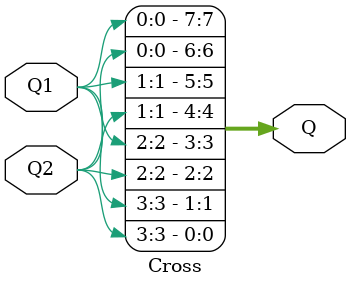
<source format=v>
module Cross(Q1,Q2,Q);

input [3:0] Q1;
input [3:0] Q2;
output [7:0] Q;

assign Q[7]=Q1[0];
assign Q[6]=Q2[0];
assign Q[5]=Q1[1];
assign Q[4]=Q2[1];
assign Q[3]=Q1[2];
assign Q[2]=Q2[2];
assign Q[1]=Q1[3];
assign Q[0]=Q2[3];

endmodule

</source>
